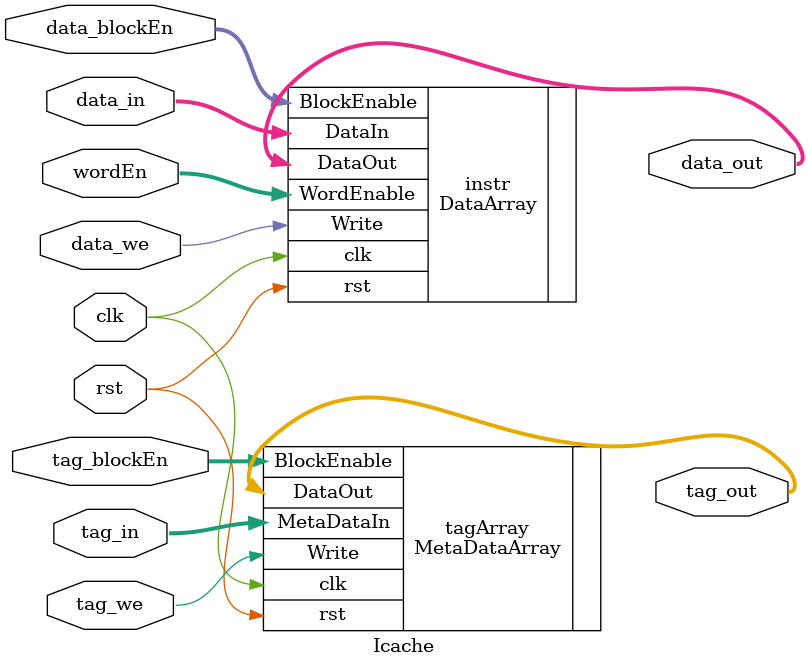
<source format=v>
module Icache(clk, rst, data_in, data_we, data_blockEn, wordEn, data_out, tag_in, tag_we, tag_blockEn, tag_out);
input clk, rst;    
input [15:0] data_in; // data to be stored in data array
input [127:0] data_blockEn; // block number in dataArray
input [7:0] wordEn;	//word in the data array
output [15:0] data_out; //data returned by memory (afterdelay 
input data_we, tag_we; // write enables for data and tag array
input [7:0] tag_in;	//tag to be stored in tag array
input [127:0] tag_blockEn;	//block number in tagArray
output [7:0] tag_out;	// tag stored at the given location in cache

DataArray instr(.clk(clk), .rst(rst), .DataIn(data_in), .Write(data_we), .BlockEnable(data_blockEn), .WordEnable(wordEn), .DataOut(data_out));
MetaDataArray tagArray(.clk(clk), .rst(rst), .MetaDataIn(tag_in),.Write(tag_we), .BlockEnable(tag_blockEn), .DataOut(tag_out));
endmodule

</source>
